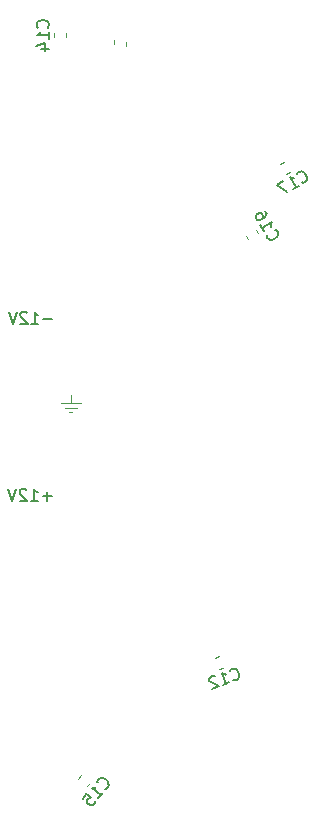
<source format=gbr>
G04 #@! TF.GenerationSoftware,KiCad,Pcbnew,(5.1.2-1)-1*
G04 #@! TF.CreationDate,2022-01-15T17:09:35-05:00*
G04 #@! TF.ProjectId,BF22 Clone,42463232-2043-46c6-9f6e-652e6b696361,rev?*
G04 #@! TF.SameCoordinates,Original*
G04 #@! TF.FileFunction,Legend,Bot*
G04 #@! TF.FilePolarity,Positive*
%FSLAX46Y46*%
G04 Gerber Fmt 4.6, Leading zero omitted, Abs format (unit mm)*
G04 Created by KiCad (PCBNEW (5.1.2-1)-1) date 2022-01-15 17:09:35*
%MOMM*%
%LPD*%
G04 APERTURE LIST*
%ADD10C,0.120000*%
%ADD11C,0.150000*%
G04 APERTURE END LIST*
D10*
X22400000Y-83030000D02*
X22660000Y-83030000D01*
X22080000Y-82650000D02*
X23030000Y-82650000D01*
X21680000Y-82280000D02*
X23400000Y-82280000D01*
X22530000Y-81600000D02*
X22530000Y-82280000D01*
D11*
X20921904Y-90131428D02*
X20160000Y-90131428D01*
X20540952Y-90512380D02*
X20540952Y-89750476D01*
X19160000Y-90512380D02*
X19731428Y-90512380D01*
X19445714Y-90512380D02*
X19445714Y-89512380D01*
X19540952Y-89655238D01*
X19636190Y-89750476D01*
X19731428Y-89798095D01*
X18779047Y-89607619D02*
X18731428Y-89560000D01*
X18636190Y-89512380D01*
X18398095Y-89512380D01*
X18302857Y-89560000D01*
X18255238Y-89607619D01*
X18207619Y-89702857D01*
X18207619Y-89798095D01*
X18255238Y-89940952D01*
X18826666Y-90512380D01*
X18207619Y-90512380D01*
X17921904Y-89512380D02*
X17588571Y-90512380D01*
X17255238Y-89512380D01*
X20971904Y-75151428D02*
X20210000Y-75151428D01*
X19210000Y-75532380D02*
X19781428Y-75532380D01*
X19495714Y-75532380D02*
X19495714Y-74532380D01*
X19590952Y-74675238D01*
X19686190Y-74770476D01*
X19781428Y-74818095D01*
X18829047Y-74627619D02*
X18781428Y-74580000D01*
X18686190Y-74532380D01*
X18448095Y-74532380D01*
X18352857Y-74580000D01*
X18305238Y-74627619D01*
X18257619Y-74722857D01*
X18257619Y-74818095D01*
X18305238Y-74960952D01*
X18876666Y-75532380D01*
X18257619Y-75532380D01*
X17971904Y-74532380D02*
X17638571Y-75532380D01*
X17305238Y-74532380D01*
D10*
X35073492Y-104767820D02*
X35395369Y-104650666D01*
X34724631Y-103809334D02*
X35046508Y-103692180D01*
X26168008Y-51870104D02*
X26227488Y-51532774D01*
X27172512Y-52047226D02*
X27231992Y-51709896D01*
X21130000Y-50928733D02*
X21130000Y-51271267D01*
X22150000Y-50928733D02*
X22150000Y-51271267D01*
X23139229Y-114043376D02*
X23359406Y-113780980D01*
X23920594Y-114699020D02*
X24140771Y-114436624D01*
X37523961Y-68373322D02*
X37352694Y-68076678D01*
X38407306Y-67863322D02*
X38236039Y-67566678D01*
X40766678Y-62877306D02*
X41063322Y-62706039D01*
X40256678Y-61993961D02*
X40553322Y-61822694D01*
D11*
X36275327Y-105689494D02*
X36336361Y-105717955D01*
X36486889Y-105713842D01*
X36576384Y-105681268D01*
X36694339Y-105587661D01*
X36751260Y-105465593D01*
X36763434Y-105359812D01*
X36743034Y-105164536D01*
X36694174Y-105030294D01*
X36584280Y-104867592D01*
X36506960Y-104794384D01*
X36384892Y-104737463D01*
X36234363Y-104741576D01*
X36144869Y-104774149D01*
X36026914Y-104867756D01*
X35998453Y-104928790D01*
X35412955Y-106104722D02*
X35949922Y-105909282D01*
X35681438Y-106007002D02*
X35339418Y-105067309D01*
X35477773Y-105168978D01*
X35599841Y-105225899D01*
X35705622Y-105238073D01*
X34745530Y-105384817D02*
X34684496Y-105356357D01*
X34578715Y-105344183D01*
X34354978Y-105425616D01*
X34281770Y-105502937D01*
X34253310Y-105563971D01*
X34241136Y-105669752D01*
X34273709Y-105759246D01*
X34367316Y-105877202D01*
X35099724Y-106218729D01*
X34518009Y-106430455D01*
X20567142Y-50457142D02*
X20614761Y-50409523D01*
X20662380Y-50266666D01*
X20662380Y-50171428D01*
X20614761Y-50028571D01*
X20519523Y-49933333D01*
X20424285Y-49885714D01*
X20233809Y-49838095D01*
X20090952Y-49838095D01*
X19900476Y-49885714D01*
X19805238Y-49933333D01*
X19710000Y-50028571D01*
X19662380Y-50171428D01*
X19662380Y-50266666D01*
X19710000Y-50409523D01*
X19757619Y-50457142D01*
X20662380Y-51409523D02*
X20662380Y-50838095D01*
X20662380Y-51123809D02*
X19662380Y-51123809D01*
X19805238Y-51028571D01*
X19900476Y-50933333D01*
X19948095Y-50838095D01*
X19995714Y-52266666D02*
X20662380Y-52266666D01*
X19614761Y-52028571D02*
X20329047Y-51790476D01*
X20329047Y-52409523D01*
X25422251Y-114896295D02*
X25489339Y-114890426D01*
X25617644Y-114811600D01*
X25678862Y-114738643D01*
X25734210Y-114598600D01*
X25722471Y-114464425D01*
X25680124Y-114366729D01*
X25564819Y-114207815D01*
X25455384Y-114115988D01*
X25278862Y-114030031D01*
X25175297Y-114005291D01*
X25041122Y-114017030D01*
X24912817Y-114095856D01*
X24851599Y-114168812D01*
X24796251Y-114308856D01*
X24802120Y-114375943D01*
X24883029Y-115687079D02*
X25250337Y-115249340D01*
X25066683Y-115468210D02*
X24300639Y-114825422D01*
X24471291Y-114844292D01*
X24605466Y-114832553D01*
X24703162Y-114790206D01*
X23535415Y-115737380D02*
X23841504Y-115372597D01*
X24236896Y-115642208D01*
X24169809Y-115648077D01*
X24072113Y-115690425D01*
X23919068Y-115872816D01*
X23894329Y-115976382D01*
X23900198Y-116043469D01*
X23942546Y-116141165D01*
X24124937Y-116294210D01*
X24228503Y-116318949D01*
X24295590Y-116313080D01*
X24393286Y-116270732D01*
X24546331Y-116088341D01*
X24571071Y-115984775D01*
X24565201Y-115917688D01*
X39130549Y-67990302D02*
X39113120Y-68055350D01*
X39143309Y-68202878D01*
X39190928Y-68285356D01*
X39303596Y-68385265D01*
X39433693Y-68420124D01*
X39539981Y-68413745D01*
X39728748Y-68359746D01*
X39852466Y-68288317D01*
X39993614Y-68151840D01*
X40052283Y-68062982D01*
X40087142Y-67932884D01*
X40056953Y-67785356D01*
X40009334Y-67702878D01*
X39896666Y-67602969D01*
X39831617Y-67585540D01*
X38571880Y-67213134D02*
X38857594Y-67708006D01*
X38714737Y-67460570D02*
X39580763Y-66960570D01*
X39504664Y-67114478D01*
X39469804Y-67244575D01*
X39476184Y-67350863D01*
X39009334Y-65970827D02*
X39104572Y-66135784D01*
X39110952Y-66242072D01*
X39093522Y-66307121D01*
X39017423Y-66461028D01*
X38876276Y-66597506D01*
X38546361Y-66787982D01*
X38440073Y-66794362D01*
X38375024Y-66776932D01*
X38286166Y-66718263D01*
X38190928Y-66553306D01*
X38184548Y-66447017D01*
X38201978Y-66381969D01*
X38260647Y-66293110D01*
X38466843Y-66174063D01*
X38573132Y-66167683D01*
X38638180Y-66185113D01*
X38727039Y-66243782D01*
X38822277Y-66408739D01*
X38828657Y-66515027D01*
X38811227Y-66580076D01*
X38752558Y-66668934D01*
X42110302Y-63576282D02*
X42175350Y-63593711D01*
X42322878Y-63563522D01*
X42405356Y-63515903D01*
X42505265Y-63403235D01*
X42540124Y-63273138D01*
X42533745Y-63166850D01*
X42479746Y-62978083D01*
X42408317Y-62854365D01*
X42271840Y-62713217D01*
X42182982Y-62654548D01*
X42052884Y-62619689D01*
X41905356Y-62649878D01*
X41822878Y-62697497D01*
X41722969Y-62810165D01*
X41705540Y-62875214D01*
X41333134Y-64134951D02*
X41828006Y-63849237D01*
X41580570Y-63992094D02*
X41080570Y-63126068D01*
X41234478Y-63202167D01*
X41364575Y-63237027D01*
X41470863Y-63230647D01*
X40544459Y-63435592D02*
X39967109Y-63768925D01*
X40838263Y-64420665D01*
M02*

</source>
